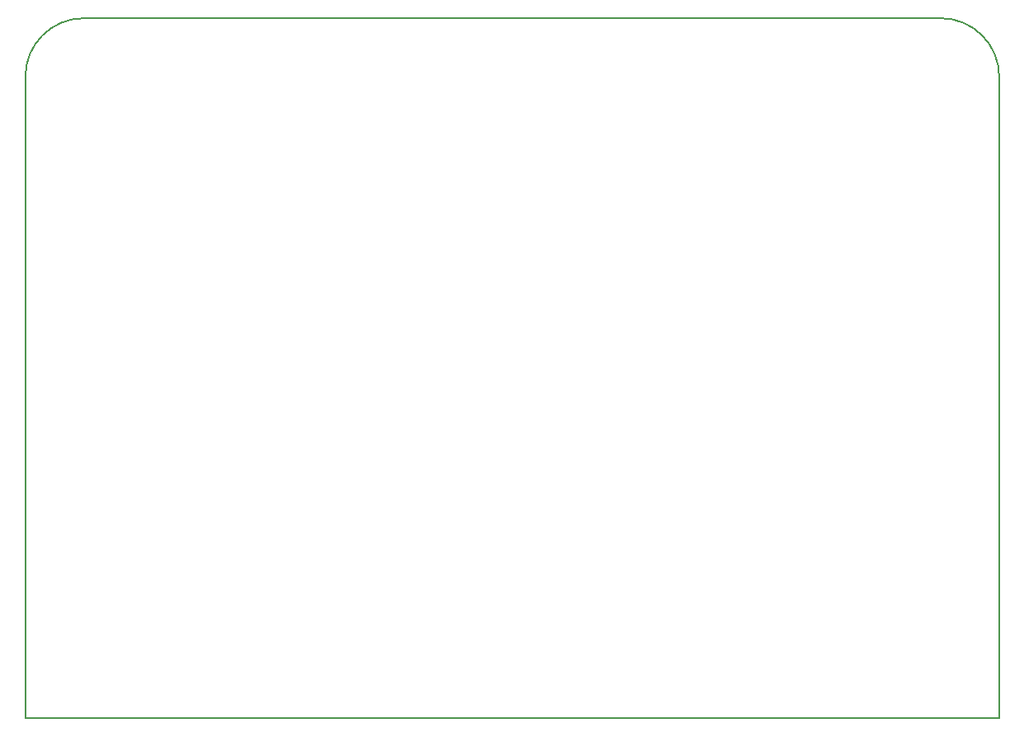
<source format=gbr>
%TF.GenerationSoftware,KiCad,Pcbnew,(5.1.6-0-10_14)*%
%TF.CreationDate,2021-01-19T18:17:05+00:00*%
%TF.ProjectId,lawrencebutton,6c617772-656e-4636-9562-7574746f6e2e,rev?*%
%TF.SameCoordinates,Original*%
%TF.FileFunction,Profile,NP*%
%FSLAX46Y46*%
G04 Gerber Fmt 4.6, Leading zero omitted, Abs format (unit mm)*
G04 Created by KiCad (PCBNEW (5.1.6-0-10_14)) date 2021-01-19 18:17:05*
%MOMM*%
%LPD*%
G01*
G04 APERTURE LIST*
%TA.AperFunction,Profile*%
%ADD10C,0.200000*%
%TD*%
G04 APERTURE END LIST*
D10*
X-21962999Y-132438000D02*
X-47263000Y-132438000D01*
X5337000Y-132438000D02*
X-19962999Y-132438000D01*
X29337000Y-132438000D02*
X8337000Y-132438000D01*
X32837000Y-132438000D02*
X46737000Y-132438000D01*
X50737000Y-132438000D02*
X46737000Y-132438000D01*
X50737000Y-66438000D02*
X50737000Y-132438000D01*
X44737000Y-60438000D02*
G75*
G02*
X50737000Y-66438000I0J-6000000D01*
G01*
X-43263000Y-60438000D02*
X44736999Y-60438000D01*
X-49263000Y-66438000D02*
G75*
G02*
X-43263000Y-60438000I6000000J0D01*
G01*
X-49263000Y-132438000D02*
X-49263000Y-66438000D01*
X-47263000Y-132438000D02*
X-49263000Y-132438000D01*
X-19962999Y-132438000D02*
X-21962999Y-132438000D01*
X8337000Y-132438000D02*
X5337000Y-132438000D01*
X32837000Y-132438000D02*
X29337000Y-132438000D01*
M02*

</source>
